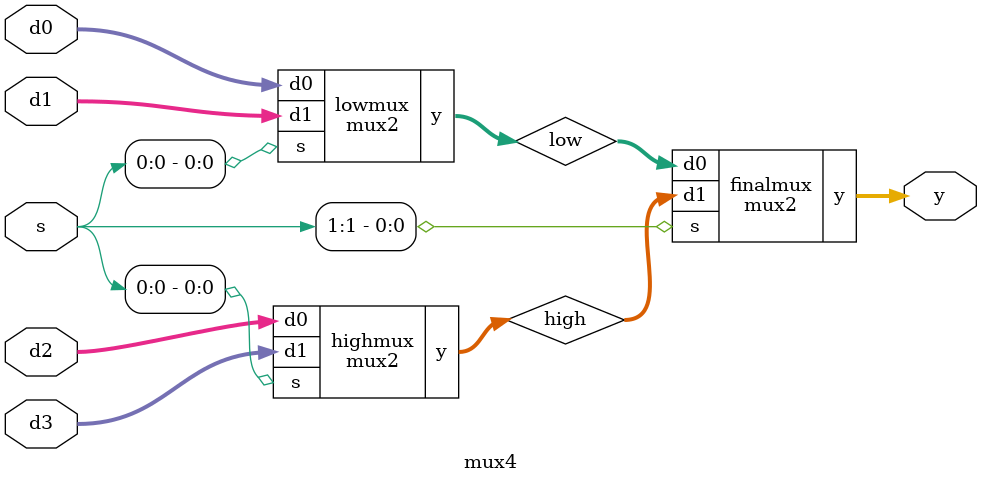
<source format=v>
module mux2(input [3:0] d0, d1,
            input s,
            output [3:0] y);

	assign y = s ? d1 : d0;

endmodule

module mux4(input [3:0] d0, d1, d2, d3,
            input [1:0]s,
            output [3:0]y);
  
  wire [3:0] low, high;
  
  mux2 lowmux(d0, d1, s[0], low);
  mux2 highmux(d2, d3, s[0], high);
  mux2 finalmux(low, high, s[1], y);
endmodule

/*module mux4(input [3:0] d0, d1, d2, d3,
            input [1:0] s,
            output [3:0] y);
  
  wire [3:0] lowmux_out, highmux_out;
  
  mux2 lowmux(.d0(d0), .d1(d1), .s(s[0]), .y(lowmux_out));
  mux2 highmux(.d0(d2), .d1(d3), .s(s[0]), .y(highmux_out));
  mux2 finalmux(.d0(lowmux_out), .d1(highmux_out), .s(s[1]), .y(y));
  
endmodule

module mux2(input [3:0] d0, d1,
            input s,
            output [3:0] y);

	assign y = s ? d1 : d0;

endmodule*/
</source>
